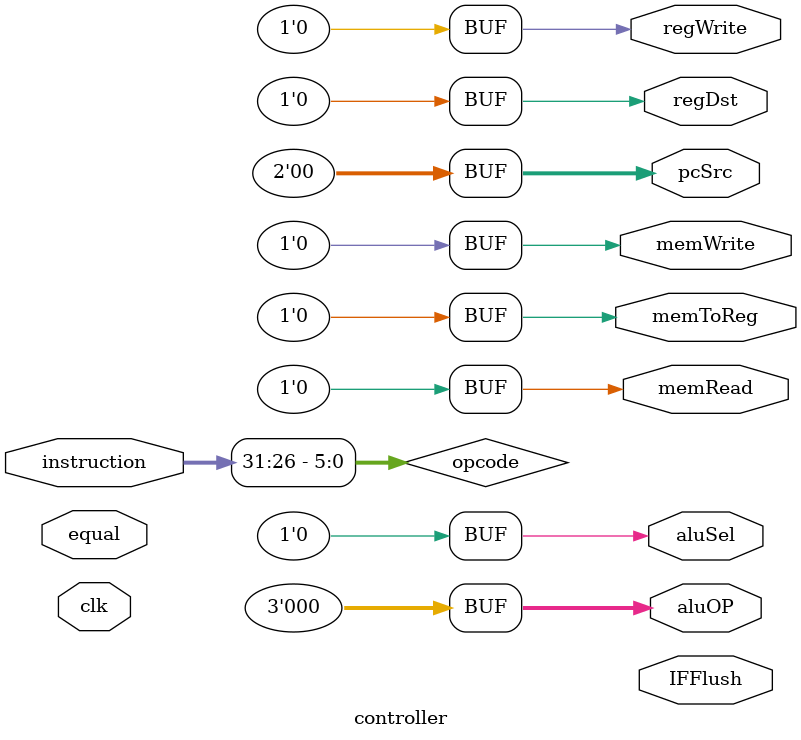
<source format=sv>
`timescale 1ns / 1ns

module controller(input clk, equal, input [31:0] instruction, output reg [1:0] pcSrc, output reg regDst, regWrite, memWrite, memRead, aluSel, memToReg, IFFlush, output reg [2:0] aluOP);
  wire[5:0] opcode;
  assign opcode = instruction[31:26];
  always @ (instruction) begin
    {pcSrc, regDst, regWrite, memWrite, memRead, aluSel, memToReg , aluOP} = 11'b0;
    case (opcode)
      6'b100011: begin //lw
        datasel = 1;
        regWriteEn = 1;
      end
      6'b101011: begin //sw
        memWriteEn = 1;
      end
      6'b0010: begin // jump
        pcsel = 2;
      end
      6'b0100: begin // branchz
        if (zero) begin
        pcsel = 1;
        end
        else begin
          pcsel = 0;
        end
        alusel = 0;
        aluop = 6;
      end
      6'b1100: begin //addi
        regWriteEn = 1;
        alusel = 2;
        aluop = 3;
      end
      6'b1101: begin //subi
        regWriteEn = 1;
        alusel = 2;
        aluop = 5;
      end
      6'b1110: begin //andi
        alusel = 2;
        aluop = 0;
        regWriteEn = 1;
      end
      6'b1111: begin // ori
        aluop = 1;
        regWriteEn = 1;
        alusel = 2;
      end
      6'b1000: begin //rtype
        $display("rtype, %b, %b", opcode, func);
        if (func[7] == 0) begin //calc
          regWriteEn = 1;
          alusel = 0;
          if (func == 1) begin // move
            alusel = 1;
            aluop = 3;
          end
          else if (func == 2) begin // add
            aluop = 3;
          end
          else if (func == 4) begin //sub
            aluop = 4;
          end
          else if (func == 8) begin //and
            aluop = 0;
          end
          else if (func == 16) begin // or
            aluop = 1;
          end
          else if (func == 32) begin // not
            aluop = 2;
          end
          else if (func == 64) begin //nop
            regWriteEn = 0;
          end
        end
        else begin // window
          $display("wnd");
          changewnd = 1;
        end
      end
    endcase
  end
endmodule
</source>
